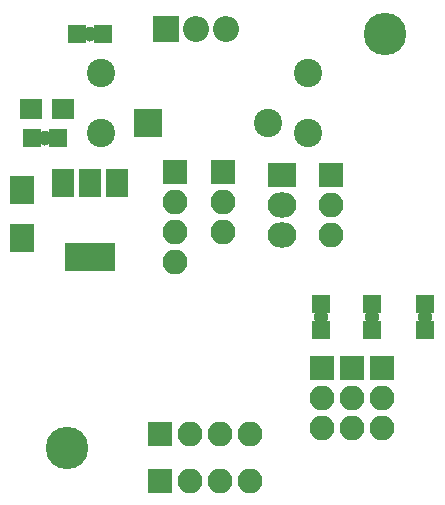
<source format=gbr>
G04 #@! TF.FileFunction,Soldermask,Bot*
%FSLAX46Y46*%
G04 Gerber Fmt 4.6, Leading zero omitted, Abs format (unit mm)*
G04 Created by KiCad (PCBNEW 4.0.6) date Saturday, July 01, 2017 'AMt' 11:58:48 AM*
%MOMM*%
%LPD*%
G01*
G04 APERTURE LIST*
%ADD10C,0.100000*%
%ADD11R,2.000000X2.400000*%
%ADD12C,2.398980*%
%ADD13R,2.398980X2.398980*%
%ADD14R,2.100000X2.100000*%
%ADD15O,2.100000X2.100000*%
%ADD16R,2.432000X2.127200*%
%ADD17O,2.432000X2.127200*%
%ADD18C,2.400000*%
%ADD19R,2.200000X2.200000*%
%ADD20O,2.200000X2.200000*%
%ADD21R,1.900000X1.700000*%
%ADD22R,4.200000X2.400000*%
%ADD23R,1.900000X2.400000*%
%ADD24R,1.600000X1.600000*%
%ADD25C,1.300000*%
%ADD26C,3.600000*%
G04 APERTURE END LIST*
D10*
D11*
X198628000Y-102743000D03*
X198628000Y-98743000D03*
D12*
X219456000Y-93037660D03*
D13*
X209296000Y-93037660D03*
D14*
X224790000Y-97409000D03*
D15*
X224790000Y-99949000D03*
X224790000Y-102489000D03*
D14*
X224002600Y-113792000D03*
D15*
X224002600Y-116332000D03*
X224002600Y-118872000D03*
D14*
X226542600Y-113792000D03*
D15*
X226542600Y-116332000D03*
X226542600Y-118872000D03*
D14*
X229082600Y-113792000D03*
D15*
X229082600Y-116332000D03*
X229082600Y-118872000D03*
D14*
X215620600Y-97180400D03*
D15*
X215620600Y-99720400D03*
X215620600Y-102260400D03*
D14*
X211556600Y-97180400D03*
D15*
X211556600Y-99720400D03*
X211556600Y-102260400D03*
X211556600Y-104800400D03*
D16*
X220599000Y-97409000D03*
D17*
X220599000Y-99949000D03*
X220599000Y-102489000D03*
D18*
X222834200Y-93853000D03*
X222834200Y-88773000D03*
X205314200Y-93853000D03*
X205314200Y-88773000D03*
D14*
X210312000Y-123317000D03*
D15*
X212852000Y-123317000D03*
X215392000Y-123317000D03*
X217932000Y-123317000D03*
D14*
X210312000Y-119380000D03*
D15*
X212852000Y-119380000D03*
X215392000Y-119380000D03*
X217932000Y-119380000D03*
D19*
X210794600Y-85064600D03*
D20*
X213334600Y-85064600D03*
X215874600Y-85064600D03*
D21*
X202057000Y-91821000D03*
X199357000Y-91821000D03*
D22*
X204368400Y-104420200D03*
D23*
X204368400Y-98120200D03*
X206668400Y-98120200D03*
X202068400Y-98120200D03*
D24*
X223875600Y-110540800D03*
X223875600Y-108340800D03*
D25*
X223875600Y-109440800D03*
D24*
X228244400Y-110540800D03*
X228244400Y-108340800D03*
D25*
X228244400Y-109440800D03*
D24*
X232714800Y-110581800D03*
X232714800Y-108381800D03*
D25*
X232714800Y-109481800D03*
D24*
X199476000Y-94284800D03*
X201676000Y-94284800D03*
D25*
X200576000Y-94284800D03*
D24*
X203286000Y-85471000D03*
X205486000Y-85471000D03*
D25*
X204386000Y-85471000D03*
D26*
X229362000Y-85471000D03*
X202438000Y-120523000D03*
M02*

</source>
